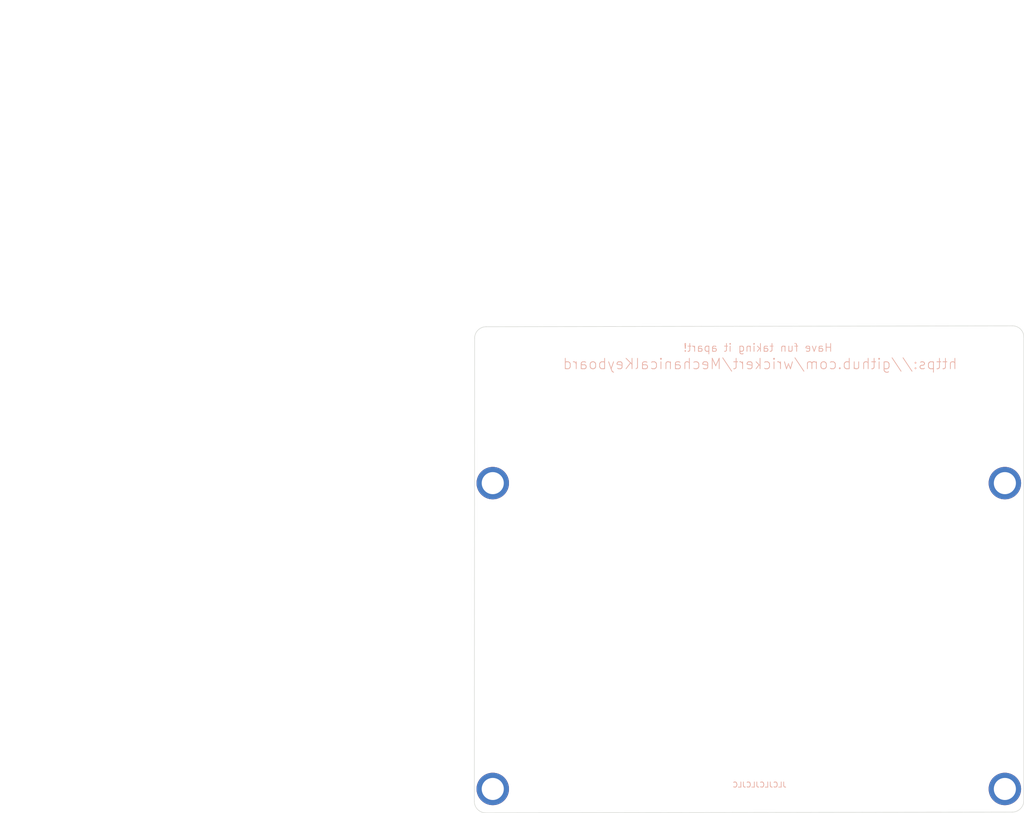
<source format=kicad_pcb>
(kicad_pcb (version 20210228) (generator pcbnew)
  (layers (0 "F.Cu" signal) (31 "B.Cu" signal) (34 "B.Paste" user) (35 "F.Paste" user) (36 "B.SilkS" user "B.Silkscreen") (37 "F.SilkS" user "F.Silkscreen") (38 "B.Mask" user) (39 "F.Mask" user) (44 "Edge.Cuts" user))
  (net 0 "")
  (footprint "LOGO" (layer "F.Cu") (at 0 0)
    (fp_text reference "G***" hide)
    (fp_text value "LOGO" hide)
  )
  (footprint "cafebabe:SMD Spacer M2.5" (layer "F.Cu") (at 91.5 149.5)
    (fp_text reference "REF**" hide)
    (fp_text value "SMD Spacer M2.5")
    (pad "1" thru_hole circle (at -0.1 0) (size 6.2 6.2) (drill 4.22) (layers *.Cu *.Mask))
  )
  (footprint "" (layer "F.Cu") (at 190.377818 149.577818)
    (fp_text reference "" (at 0 0) (layer "F.SilkS") (effects (font (size 1.27 1.27))))
    (fp_text value "" (at 0 0) (layer "F.SilkS") (effects (font (size 1.27 1.27))))
  )
  (footprint "" (layer "F.Cu") (at 90.377818 149.577818)
    (fp_text reference "" (at 0 0) (layer "F.SilkS") (effects (font (size 1.27 1.27))))
    (fp_text value "" (at 0 0) (layer "F.SilkS") (effects (font (size 1.27 1.27))))
  )
  (footprint "" (layer "F.Cu") (at 90.377818 88.177818)
    (fp_text reference "" (at 0 0) (layer "F.SilkS") (effects (font (size 1.27 1.27))))
    (fp_text value "" (at 0 0) (layer "F.SilkS") (effects (font (size 1.27 1.27))))
  )
  (footprint "" (layer "F.Cu") (at 189.3 149.5)
    (fp_text reference "" (at 0 0) (layer "F.SilkS") (effects (font (size 1.27 1.27))))
    (fp_text value "" (at 0 0) (layer "F.SilkS") (effects (font (size 1.27 1.27))))
    (pad "1" thru_hole circle (at 0 0) (size 6.2 6.2) (drill 4.22) (layers *.Cu *.Mask))
  )
  (footprint "" (layer "F.Cu") (at 190.377818 88.177818)
    (fp_text reference "" (at 0 0) (layer "F.SilkS") (effects (font (size 1.27 1.27))))
    (fp_text value "" (at 0 0) (layer "F.SilkS") (effects (font (size 1.27 1.27))))
  )
  (footprint "LOGO" (layer "F.Cu") (at 0 0)
    (fp_text reference "G***" hide)
    (fp_text value "LOGO" hide)
  )
  (footprint "" (layer "F.Cu") (at 189.3 91)
    (fp_text reference "" (at 0 0) (layer "F.SilkS") (effects (font (size 1.27 1.27))))
    (fp_text value "" (at 0 0) (layer "F.SilkS") (effects (font (size 1.27 1.27))))
    (pad "1" thru_hole circle (at 0 0) (size 6.2 6.2) (drill 4.22) (layers *.Cu *.Mask))
  )
  (footprint "LOGO" (layer "F.Cu") (at 0 0)
    (fp_text reference "G***" hide)
    (fp_text value "LOGO" hide)
  )
  (footprint "LOGO" (layer "F.Cu") (at 0 0)
    (fp_text reference "G***" hide)
    (fp_text value "LOGO" hide)
  )
  (footprint "" (layer "F.Cu") (at 91.4 91)
    (fp_text reference "" (at 0 0) (layer "F.SilkS") (effects (font (size 1.27 1.27))))
    (fp_text value "" (at 0 0) (layer "F.SilkS") (effects (font (size 1.27 1.27))))
    (pad "1" thru_hole circle (at 0 0) (size 6.2 6.2) (drill 4.22) (layers *.Cu *.Mask))
  )
  (footprint "LOGO" (layer "F.Cu") (at 0 0)
    (fp_text reference "G***" hide)
    (fp_text value "LOGO" hide)
  )
  (gr_line (start 190.722183 153.922183) (end 90.077818 154.077818) (layer "Edge.Cuts") (width 0.1))
  (gr_arc (start 190.768844 63.067847) (end 190.724927 60.912212) (angle 91.16713205) (layer "Edge.Cuts") (width 0.1))
  (gr_line (start 87.877818 151.877818) (end 87.933453 63.283453) (layer "Edge.Cuts") (width 0.1))
  (gr_line (start 190.724927 60.912212) (end 90.133453 61.083453) (layer "Edge.Cuts") (width 0.1))
  (gr_line (start 192.924926 63.067847) (end 192.922183 151.722183) (layer "Edge.Cuts") (width 0.1))
  (gr_arc (start 90.133453 63.283453) (end 90.133453 61.083453) (angle -90) (layer "Edge.Cuts") (width 0.1))
  (gr_arc (start 190.722183 151.722183) (end 192.922183 151.722183) (angle 90) (layer "Edge.Cuts") (width 0.1))
  (gr_arc (start 90.077818 151.877818) (end 90.077818 154.077818) (angle 90) (layer "Edge.Cuts") (width 0.1))
  (gr_text "Have fun taking it apart!" (at 142.1 65.1) (layer "B.SilkS") (effects (font (size 1.5 1.5)) (justify mirror)))
  (gr_text "https://github.com/wrickert/MechanicalKeyboard" (at 142.499999 68.2) (layer "B.SilkS") (effects (font (size 2 2)) (justify mirror)))
  (gr_text "JLCJLCJLCJLC" (at 142.4 148.7) (layer "B.SilkS") (effects (font (size 1 1)) (justify mirror)))
)
</source>
